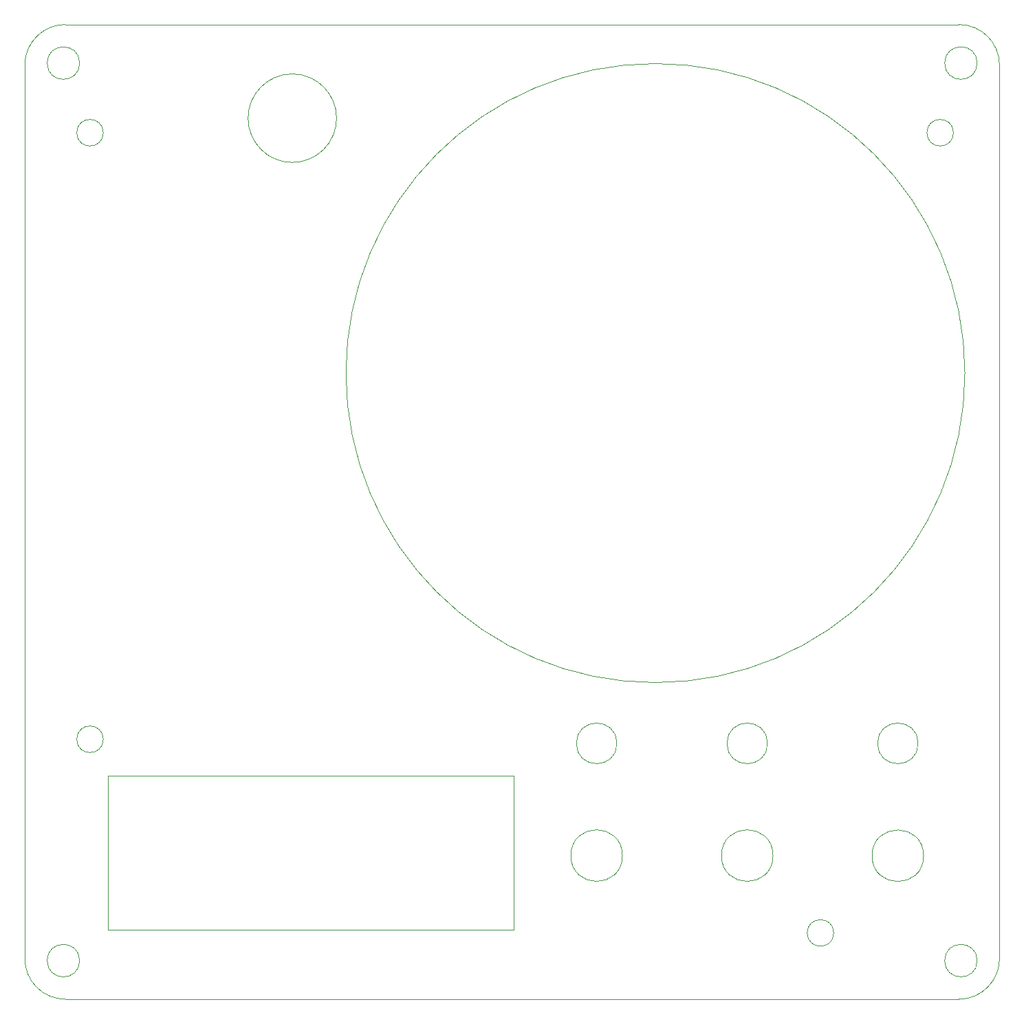
<source format=gbr>
%TF.GenerationSoftware,KiCad,Pcbnew,6.0.11+dfsg-1*%
%TF.CreationDate,2024-04-25T19:10:51-07:00*%
%TF.ProjectId,top_plate,746f705f-706c-4617-9465-2e6b69636164,rev?*%
%TF.SameCoordinates,Original*%
%TF.FileFunction,Profile,NP*%
%FSLAX46Y46*%
G04 Gerber Fmt 4.6, Leading zero omitted, Abs format (unit mm)*
G04 Created by KiCad (PCBNEW 6.0.11+dfsg-1) date 2024-04-25 19:10:51*
%MOMM*%
%LPD*%
G01*
G04 APERTURE LIST*
%TA.AperFunction,Profile*%
%ADD10C,0.100000*%
%TD*%
G04 APERTURE END LIST*
D10*
X150184000Y-49728000D02*
G75*
G03*
X145184000Y-44728000I-5000000J0D01*
G01*
X103759000Y-147048100D02*
G75*
G03*
X103759000Y-147048100I-3175000J0D01*
G01*
X39842350Y-132727800D02*
G75*
G03*
X39842350Y-132727800I-1631950J0D01*
G01*
X30184000Y-159728000D02*
X30184000Y-49728000D01*
X35184000Y-44728000D02*
G75*
G03*
X30184000Y-49728000I0J-5000000D01*
G01*
X147434000Y-49478000D02*
G75*
G03*
X147434000Y-49478000I-2000000J0D01*
G01*
X40395000Y-156203000D02*
X90395000Y-156203000D01*
X90395000Y-156203000D02*
X90395000Y-137203000D01*
X90395000Y-137203000D02*
X40395000Y-137203000D01*
X40395000Y-137203000D02*
X40395000Y-156203000D01*
X145184000Y-164728000D02*
G75*
G03*
X150184000Y-159728000I0J5000000D01*
G01*
X147434000Y-159978000D02*
G75*
G03*
X147434000Y-159978000I-2000000J0D01*
G01*
X140168000Y-133235800D02*
G75*
G03*
X140168000Y-133235800I-2500000J0D01*
G01*
X145923000Y-87642800D02*
G75*
G03*
X145923000Y-87642800I-38100000J0D01*
G01*
X121626000Y-133235800D02*
G75*
G03*
X121626000Y-133235800I-2500000J0D01*
G01*
X150184000Y-49728000D02*
X150184000Y-159728000D01*
X35184000Y-44728000D02*
X145184000Y-44728000D01*
X129774950Y-156569300D02*
G75*
G03*
X129774950Y-156569300I-1631950J0D01*
G01*
X36934000Y-159978000D02*
G75*
G03*
X36934000Y-159978000I-2000000J0D01*
G01*
X103084000Y-133235800D02*
G75*
G03*
X103084000Y-133235800I-2500000J0D01*
G01*
X39842350Y-58051800D02*
G75*
G03*
X39842350Y-58051800I-1631950J0D01*
G01*
X122301000Y-147048100D02*
G75*
G03*
X122301000Y-147048100I-3175000J0D01*
G01*
X140843000Y-147066000D02*
G75*
G03*
X140843000Y-147066000I-3175000J0D01*
G01*
X145184000Y-164728000D02*
X35184000Y-164728000D01*
X68569000Y-56261000D02*
G75*
G03*
X68569000Y-56261000I-5450000J0D01*
G01*
X144506950Y-58051800D02*
G75*
G03*
X144506950Y-58051800I-1631950J0D01*
G01*
X36934000Y-49478000D02*
G75*
G03*
X36934000Y-49478000I-2000000J0D01*
G01*
X30184000Y-159728000D02*
G75*
G03*
X35184000Y-164728000I5000000J0D01*
G01*
M02*

</source>
